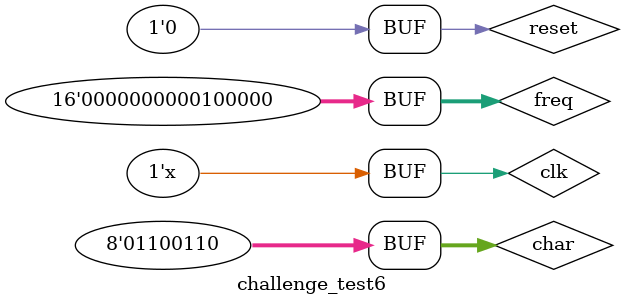
<source format=v>
`timescale 1ns / 1ps


module challenge_test6;

	// Inputs
	reg clk;
	reg reset;
	reg [7:0] char;
	reg [15:0] freq;

	// Outputs
	wire [1:0] format_type;
	wire [3:0] error_code;

	// Instantiate the Unit Under Test (UUT)
	cpu_checker uut (
		.clk(clk), 
		.reset(reset), 
		.char(char), 
		.freq(freq), 
		.format_type(format_type), 
		.error_code(error_code)
	);

	initial begin
		// Initialize Inputs
		clk = 0;
		reset = 0;
		char = 0;
		freq = 6'b100000;
		#20

		#10 char="^";
		#10 char="5";
		#10 char="@";
		#10 char="0";
		#10 char="0";
		#10 char="0";
		#10 char="0";
		#10 char="3";
		#10 char="3";
		#10 char="3";
		#10 char="3";
		#10 char=":";
		#10 char=8'd42;
		#10 char="0";
		#10 char="0";
		#10 char="0";
		#10 char="0";
		#10 char="3";
		#10 char="0";
		#10 char="0";
		#10 char="0";
		#10 char="<";
		#10 char="=";
		#10 char="f";
		#10 char="f";
		#10 char="f";
		#10 char="f";
		#10 char="b";
		#10 char="5";
		#10 char="2";
		#10 char="8";
		#10 char="#";
		#10 char="2";
		#10 char="^";
		#10 char="5";
		#10 char="@";
		#10 char="0";
		#10 char="0";
		#10 char="0";
		#10 char="0";
		#10 char="3";
		#10 char="3";
		#10 char="3";
		#10 char="3";
		#10 char=":";
		#10 char="$";
		#10 char="3";
		#10 char="0";
		#10 char="<";
		#10 char="=";
		#10 char="f";
		#10 char="f";
		#10 char="f";
		#10 char="f";
		#10 char="b";
		#10 char="5";
		#10 char="2";
		#10 char="8";
		#10 char="#";
		#10 char=" ";
		#10 char="a";
		#10 char="d";
		#10 char="f";

	end
always #5 clk=~clk;
      
endmodule


</source>
